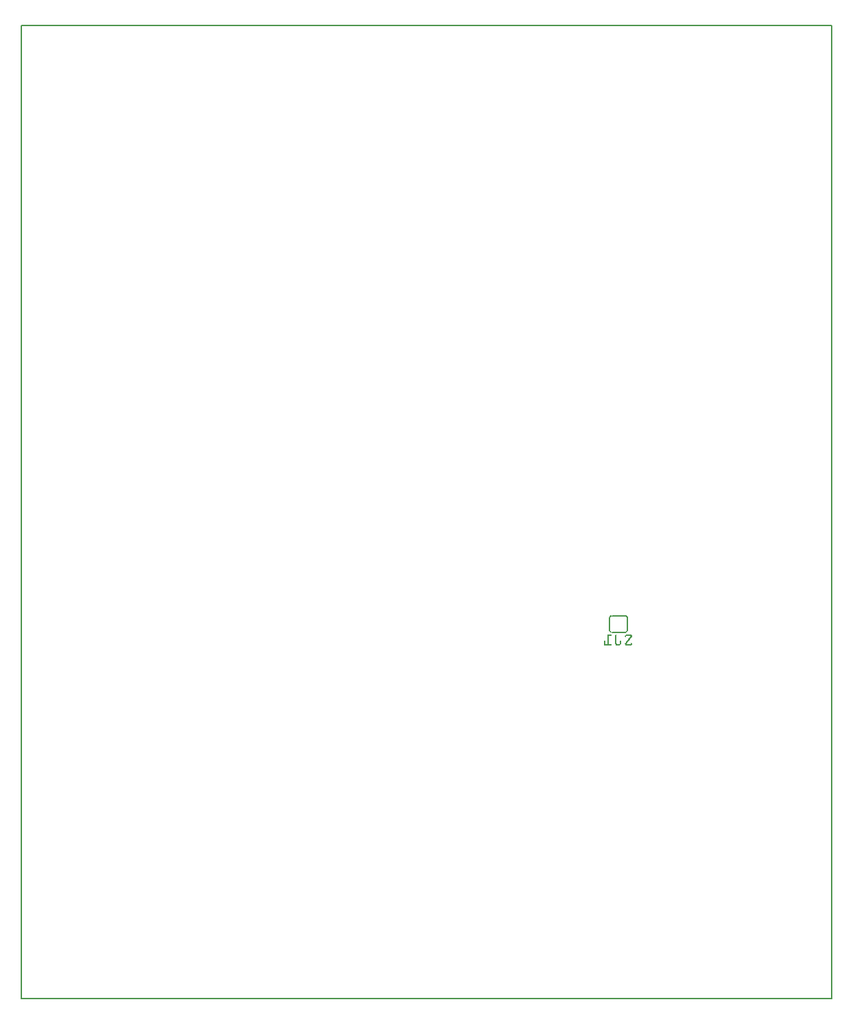
<source format=gbo>
G04 MADE WITH FRITZING*
G04 WWW.FRITZING.ORG*
G04 DOUBLE SIDED*
G04 HOLES PLATED*
G04 CONTOUR ON CENTER OF CONTOUR VECTOR*
%ASAXBY*%
%FSLAX23Y23*%
%MOIN*%
%OFA0B0*%
%SFA1.0B1.0*%
%ADD10R,3.937010X4.724420X3.921010X4.708420*%
%ADD11C,0.008000*%
%ADD12C,0.006000*%
%ADD13R,0.001000X0.001000*%
%LNSILK0*%
G90*
G70*
G54D11*
X4Y4720D02*
X3933Y4720D01*
X3933Y4D01*
X4Y4D01*
X4Y4720D01*
D02*
G54D12*
X2867Y1780D02*
X2930Y1780D01*
D02*
X2856Y1790D02*
X2856Y1849D01*
D02*
X2942Y1790D02*
X2942Y1849D01*
D02*
X2930Y1859D02*
X2867Y1859D01*
G54D13*
X2862Y1861D02*
X2867Y1861D01*
X2930Y1861D02*
X2935Y1861D01*
X2860Y1860D02*
X2866Y1860D01*
X2930Y1860D02*
X2937Y1860D01*
X2858Y1859D02*
X2866Y1859D01*
X2930Y1859D02*
X2939Y1859D01*
X2857Y1858D02*
X2866Y1858D01*
X2930Y1858D02*
X2940Y1858D01*
X2856Y1857D02*
X2866Y1857D01*
X2931Y1857D02*
X2941Y1857D01*
X2855Y1856D02*
X2864Y1856D01*
X2933Y1856D02*
X2942Y1856D01*
X2854Y1855D02*
X2861Y1855D01*
X2936Y1855D02*
X2942Y1855D01*
X2854Y1854D02*
X2860Y1854D01*
X2937Y1854D02*
X2943Y1854D01*
X2853Y1853D02*
X2859Y1853D01*
X2938Y1853D02*
X2943Y1853D01*
X2853Y1852D02*
X2858Y1852D01*
X2938Y1852D02*
X2944Y1852D01*
X2853Y1851D02*
X2858Y1851D01*
X2939Y1851D02*
X2944Y1851D01*
X2853Y1850D02*
X2858Y1850D01*
X2939Y1850D02*
X2944Y1850D01*
X2854Y1790D02*
X2858Y1790D01*
X2939Y1790D02*
X2943Y1790D01*
X2853Y1789D02*
X2858Y1789D01*
X2939Y1789D02*
X2944Y1789D01*
X2853Y1788D02*
X2858Y1788D01*
X2939Y1788D02*
X2944Y1788D01*
X2853Y1787D02*
X2859Y1787D01*
X2938Y1787D02*
X2944Y1787D01*
X2854Y1786D02*
X2859Y1786D01*
X2937Y1786D02*
X2943Y1786D01*
X2854Y1785D02*
X2860Y1785D01*
X2936Y1785D02*
X2943Y1785D01*
X2855Y1784D02*
X2862Y1784D01*
X2935Y1784D02*
X2942Y1784D01*
X2855Y1783D02*
X2866Y1783D01*
X2931Y1783D02*
X2941Y1783D01*
X2856Y1782D02*
X2866Y1782D01*
X2931Y1782D02*
X2941Y1782D01*
X2857Y1781D02*
X2866Y1781D01*
X2930Y1781D02*
X2940Y1781D01*
X2859Y1780D02*
X2866Y1780D01*
X2930Y1780D02*
X2939Y1780D01*
X2860Y1779D02*
X2866Y1779D01*
X2930Y1779D02*
X2937Y1779D01*
X2862Y1778D02*
X2867Y1778D01*
X2930Y1778D02*
X2935Y1778D01*
X2844Y1768D02*
X2862Y1768D01*
X2885Y1768D02*
X2888Y1768D01*
X2936Y1768D02*
X2959Y1768D01*
X2844Y1767D02*
X2863Y1767D01*
X2884Y1767D02*
X2889Y1767D01*
X2934Y1767D02*
X2961Y1767D01*
X2844Y1766D02*
X2863Y1766D01*
X2884Y1766D02*
X2889Y1766D01*
X2933Y1766D02*
X2962Y1766D01*
X2844Y1765D02*
X2863Y1765D01*
X2883Y1765D02*
X2889Y1765D01*
X2932Y1765D02*
X2962Y1765D01*
X2844Y1764D02*
X2863Y1764D01*
X2883Y1764D02*
X2889Y1764D01*
X2931Y1764D02*
X2963Y1764D01*
X2844Y1763D02*
X2863Y1763D01*
X2883Y1763D02*
X2889Y1763D01*
X2931Y1763D02*
X2963Y1763D01*
X2844Y1762D02*
X2861Y1762D01*
X2883Y1762D02*
X2889Y1762D01*
X2931Y1762D02*
X2964Y1762D01*
X2844Y1761D02*
X2850Y1761D01*
X2883Y1761D02*
X2889Y1761D01*
X2930Y1761D02*
X2937Y1761D01*
X2958Y1761D02*
X2964Y1761D01*
X2844Y1760D02*
X2850Y1760D01*
X2883Y1760D02*
X2889Y1760D01*
X2930Y1760D02*
X2936Y1760D01*
X2957Y1760D02*
X2964Y1760D01*
X2844Y1759D02*
X2850Y1759D01*
X2883Y1759D02*
X2889Y1759D01*
X2930Y1759D02*
X2936Y1759D01*
X2957Y1759D02*
X2963Y1759D01*
X2844Y1758D02*
X2850Y1758D01*
X2883Y1758D02*
X2889Y1758D01*
X2930Y1758D02*
X2936Y1758D01*
X2956Y1758D02*
X2963Y1758D01*
X2844Y1757D02*
X2850Y1757D01*
X2883Y1757D02*
X2889Y1757D01*
X2931Y1757D02*
X2935Y1757D01*
X2955Y1757D02*
X2963Y1757D01*
X2844Y1756D02*
X2850Y1756D01*
X2883Y1756D02*
X2889Y1756D01*
X2932Y1756D02*
X2934Y1756D01*
X2954Y1756D02*
X2962Y1756D01*
X2844Y1755D02*
X2850Y1755D01*
X2883Y1755D02*
X2889Y1755D01*
X2953Y1755D02*
X2961Y1755D01*
X2844Y1754D02*
X2850Y1754D01*
X2883Y1754D02*
X2889Y1754D01*
X2953Y1754D02*
X2961Y1754D01*
X2844Y1753D02*
X2850Y1753D01*
X2883Y1753D02*
X2889Y1753D01*
X2952Y1753D02*
X2960Y1753D01*
X2844Y1752D02*
X2850Y1752D01*
X2883Y1752D02*
X2889Y1752D01*
X2951Y1752D02*
X2959Y1752D01*
X2844Y1751D02*
X2850Y1751D01*
X2883Y1751D02*
X2889Y1751D01*
X2950Y1751D02*
X2958Y1751D01*
X2844Y1750D02*
X2850Y1750D01*
X2883Y1750D02*
X2889Y1750D01*
X2950Y1750D02*
X2958Y1750D01*
X2844Y1749D02*
X2850Y1749D01*
X2883Y1749D02*
X2889Y1749D01*
X2949Y1749D02*
X2957Y1749D01*
X2844Y1748D02*
X2850Y1748D01*
X2883Y1748D02*
X2889Y1748D01*
X2948Y1748D02*
X2956Y1748D01*
X2844Y1747D02*
X2850Y1747D01*
X2883Y1747D02*
X2889Y1747D01*
X2947Y1747D02*
X2955Y1747D01*
X2844Y1746D02*
X2850Y1746D01*
X2883Y1746D02*
X2889Y1746D01*
X2946Y1746D02*
X2954Y1746D01*
X2844Y1745D02*
X2850Y1745D01*
X2883Y1745D02*
X2889Y1745D01*
X2946Y1745D02*
X2954Y1745D01*
X2844Y1744D02*
X2850Y1744D01*
X2883Y1744D02*
X2889Y1744D01*
X2945Y1744D02*
X2953Y1744D01*
X2844Y1743D02*
X2850Y1743D01*
X2883Y1743D02*
X2889Y1743D01*
X2944Y1743D02*
X2952Y1743D01*
X2844Y1742D02*
X2850Y1742D01*
X2883Y1742D02*
X2889Y1742D01*
X2943Y1742D02*
X2951Y1742D01*
X2844Y1741D02*
X2850Y1741D01*
X2883Y1741D02*
X2889Y1741D01*
X2943Y1741D02*
X2951Y1741D01*
X2844Y1740D02*
X2850Y1740D01*
X2883Y1740D02*
X2889Y1740D01*
X2942Y1740D02*
X2950Y1740D01*
X2832Y1739D02*
X2833Y1739D01*
X2844Y1739D02*
X2850Y1739D01*
X2883Y1739D02*
X2889Y1739D01*
X2907Y1739D02*
X2907Y1739D01*
X2941Y1739D02*
X2949Y1739D01*
X2831Y1738D02*
X2835Y1738D01*
X2844Y1738D02*
X2850Y1738D01*
X2883Y1738D02*
X2889Y1738D01*
X2905Y1738D02*
X2909Y1738D01*
X2940Y1738D02*
X2948Y1738D01*
X2830Y1737D02*
X2835Y1737D01*
X2844Y1737D02*
X2850Y1737D01*
X2883Y1737D02*
X2889Y1737D01*
X2904Y1737D02*
X2910Y1737D01*
X2939Y1737D02*
X2947Y1737D01*
X2830Y1736D02*
X2836Y1736D01*
X2844Y1736D02*
X2850Y1736D01*
X2883Y1736D02*
X2889Y1736D01*
X2904Y1736D02*
X2910Y1736D01*
X2939Y1736D02*
X2947Y1736D01*
X2830Y1735D02*
X2836Y1735D01*
X2844Y1735D02*
X2850Y1735D01*
X2883Y1735D02*
X2889Y1735D01*
X2904Y1735D02*
X2910Y1735D01*
X2938Y1735D02*
X2946Y1735D01*
X2830Y1734D02*
X2836Y1734D01*
X2844Y1734D02*
X2850Y1734D01*
X2883Y1734D02*
X2889Y1734D01*
X2904Y1734D02*
X2910Y1734D01*
X2937Y1734D02*
X2945Y1734D01*
X2830Y1733D02*
X2836Y1733D01*
X2844Y1733D02*
X2850Y1733D01*
X2883Y1733D02*
X2889Y1733D01*
X2904Y1733D02*
X2910Y1733D01*
X2936Y1733D02*
X2944Y1733D01*
X2830Y1732D02*
X2836Y1732D01*
X2844Y1732D02*
X2850Y1732D01*
X2883Y1732D02*
X2889Y1732D01*
X2904Y1732D02*
X2910Y1732D01*
X2936Y1732D02*
X2944Y1732D01*
X2830Y1731D02*
X2836Y1731D01*
X2844Y1731D02*
X2850Y1731D01*
X2883Y1731D02*
X2889Y1731D01*
X2904Y1731D02*
X2910Y1731D01*
X2935Y1731D02*
X2943Y1731D01*
X2830Y1730D02*
X2836Y1730D01*
X2844Y1730D02*
X2850Y1730D01*
X2883Y1730D02*
X2889Y1730D01*
X2904Y1730D02*
X2910Y1730D01*
X2934Y1730D02*
X2942Y1730D01*
X2830Y1729D02*
X2836Y1729D01*
X2844Y1729D02*
X2850Y1729D01*
X2883Y1729D02*
X2889Y1729D01*
X2904Y1729D02*
X2910Y1729D01*
X2933Y1729D02*
X2941Y1729D01*
X2830Y1728D02*
X2836Y1728D01*
X2844Y1728D02*
X2850Y1728D01*
X2883Y1728D02*
X2889Y1728D01*
X2904Y1728D02*
X2910Y1728D01*
X2932Y1728D02*
X2941Y1728D01*
X2830Y1727D02*
X2836Y1727D01*
X2844Y1727D02*
X2850Y1727D01*
X2883Y1727D02*
X2889Y1727D01*
X2904Y1727D02*
X2910Y1727D01*
X2932Y1727D02*
X2940Y1727D01*
X2960Y1727D02*
X2962Y1727D01*
X2830Y1726D02*
X2836Y1726D01*
X2844Y1726D02*
X2850Y1726D01*
X2883Y1726D02*
X2889Y1726D01*
X2904Y1726D02*
X2910Y1726D01*
X2931Y1726D02*
X2939Y1726D01*
X2959Y1726D02*
X2963Y1726D01*
X2830Y1725D02*
X2836Y1725D01*
X2844Y1725D02*
X2850Y1725D01*
X2883Y1725D02*
X2889Y1725D01*
X2904Y1725D02*
X2910Y1725D01*
X2931Y1725D02*
X2938Y1725D01*
X2958Y1725D02*
X2963Y1725D01*
X2830Y1724D02*
X2836Y1724D01*
X2844Y1724D02*
X2850Y1724D01*
X2883Y1724D02*
X2890Y1724D01*
X2904Y1724D02*
X2910Y1724D01*
X2930Y1724D02*
X2937Y1724D01*
X2958Y1724D02*
X2964Y1724D01*
X2830Y1723D02*
X2836Y1723D01*
X2844Y1723D02*
X2850Y1723D01*
X2884Y1723D02*
X2890Y1723D01*
X2903Y1723D02*
X2910Y1723D01*
X2930Y1723D02*
X2937Y1723D01*
X2957Y1723D02*
X2964Y1723D01*
X2830Y1722D02*
X2836Y1722D01*
X2844Y1722D02*
X2850Y1722D01*
X2884Y1722D02*
X2891Y1722D01*
X2902Y1722D02*
X2910Y1722D01*
X2930Y1722D02*
X2936Y1722D01*
X2957Y1722D02*
X2964Y1722D01*
X2830Y1721D02*
X2861Y1721D01*
X2884Y1721D02*
X2909Y1721D01*
X2930Y1721D02*
X2963Y1721D01*
X2830Y1720D02*
X2863Y1720D01*
X2885Y1720D02*
X2909Y1720D01*
X2931Y1720D02*
X2963Y1720D01*
X2830Y1719D02*
X2863Y1719D01*
X2885Y1719D02*
X2908Y1719D01*
X2931Y1719D02*
X2962Y1719D01*
X2830Y1718D02*
X2863Y1718D01*
X2886Y1718D02*
X2907Y1718D01*
X2932Y1718D02*
X2962Y1718D01*
X2830Y1717D02*
X2863Y1717D01*
X2887Y1717D02*
X2906Y1717D01*
X2932Y1717D02*
X2961Y1717D01*
X2830Y1716D02*
X2863Y1716D01*
X2889Y1716D02*
X2905Y1716D01*
X2933Y1716D02*
X2959Y1716D01*
X2831Y1715D02*
X2862Y1715D01*
X2891Y1715D02*
X2903Y1715D01*
X2935Y1715D02*
X2957Y1715D01*
D02*
G04 End of Silk0*
M02*
</source>
